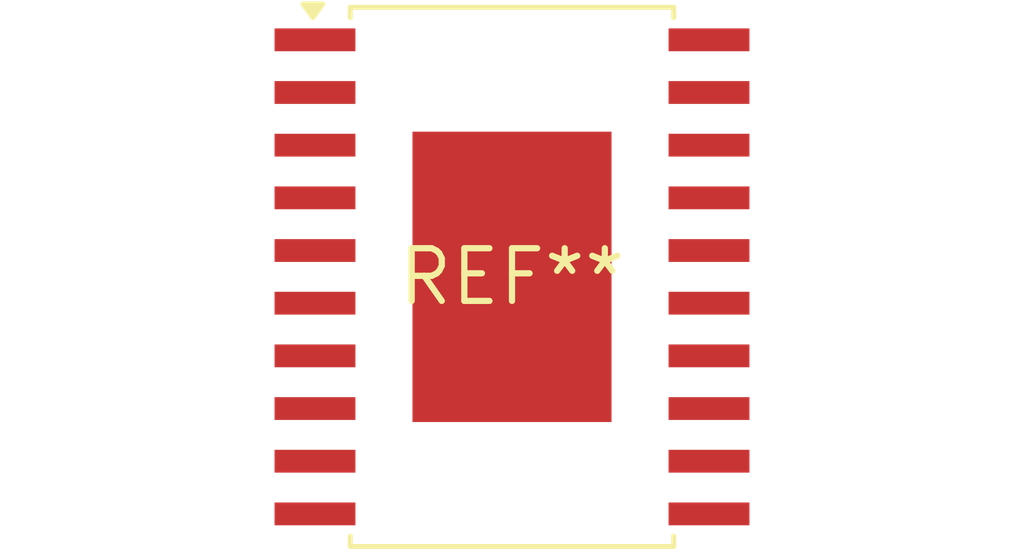
<source format=kicad_pcb>
(kicad_pcb (version 20240108) (generator pcbnew)
  (layers (0 "F.Cu" signal) (31 "B.Cu" signal) (34 "B.Paste" user) (35 "F.Paste" user) (36 "B.SilkS" user "B.Silkscreen") (37 "F.SilkS" user "F.Silkscreen") (38 "B.Mask" user) (39 "F.Mask" user) (44 "Edge.Cuts" user))
  (net 0 "")
  (footprint "Infineon_PG-DSO-20-30" (layer "F.Cu") (at 0 0)
    (property "Reference" "REF**")
    (property "Value" "Infineon_PG-DSO-20-30")
    (fp_line (start -3.9 -6.5) (end 3.9 -6.5) (layer "F.SilkS") (stroke (width 0.12)))
    (fp_line (start -3.9 -6.25) (end -3.9 -6.5) (layer "F.SilkS") (stroke (width 0.12)))
    (fp_line (start -3.9 6.5) (end -3.9 6.25) (layer "F.SilkS") (stroke (width 0.12)))
    (fp_line (start 3.9 -6.25) (end 3.9 -6.5) (layer "F.SilkS") (stroke (width 0.12)))
    (fp_line (start 3.9 6.5) (end -3.9 6.5) (layer "F.SilkS") (stroke (width 0.12)))
    (fp_line (start 3.9 6.5) (end 3.9 6.25) (layer "F.SilkS") (stroke (width 0.12)))
    (fp_poly (pts (xy -4.8 -6.25) (xy -5.04 -6.58) (xy -4.56 -6.58) (xy -4.8 -6.25)) (layer "F.SilkS") (stroke (width 0.12)) (fill solid))
    (pad "1" smd rect (at -4.75 -5.715 90) (size 0.55 1.95) (layers "F.Cu" "F.Paste" "F.Mask"))
    (pad "2" smd rect (at -4.75 -4.445 90) (size 0.55 1.95) (layers "F.Cu" "F.Paste" "F.Mask"))
    (pad "3" smd rect (at -4.75 -3.175 90) (size 0.55 1.95) (layers "F.Cu" "F.Paste" "F.Mask"))
    (pad "4" smd rect (at -4.75 -1.905 90) (size 0.55 1.95) (layers "F.Cu" "F.Paste" "F.Mask"))
    (pad "5" smd rect (at -4.75 -0.635 90) (size 0.55 1.95) (layers "F.Cu" "F.Paste" "F.Mask"))
    (pad "6" smd rect (at -4.75 0.635 90) (size 0.55 1.95) (layers "F.Cu" "F.Paste" "F.Mask"))
    (pad "7" smd rect (at -4.75 1.905 90) (size 0.55 1.95) (layers "F.Cu" "F.Paste" "F.Mask"))
    (pad "8" smd rect (at -4.75 3.175 90) (size 0.55 1.95) (layers "F.Cu" "F.Paste" "F.Mask"))
    (pad "9" smd rect (at -4.75 4.445 90) (size 0.55 1.95) (layers "F.Cu" "F.Paste" "F.Mask"))
    (pad "10" smd rect (at -4.75 5.715 90) (size 0.55 1.95) (layers "F.Cu" "F.Paste" "F.Mask"))
    (pad "11" smd rect (at 4.75 5.715 90) (size 0.55 1.95) (layers "F.Cu" "F.Paste" "F.Mask"))
    (pad "12" smd rect (at 4.75 4.445 90) (size 0.55 1.95) (layers "F.Cu" "F.Paste" "F.Mask"))
    (pad "13" smd rect (at 4.75 3.175 90) (size 0.55 1.95) (layers "F.Cu" "F.Paste" "F.Mask"))
    (pad "14" smd rect (at 4.75 1.905 90) (size 0.55 1.95) (layers "F.Cu" "F.Paste" "F.Mask"))
    (pad "15" smd rect (at 4.75 0.635 90) (size 0.55 1.95) (layers "F.Cu" "F.Paste" "F.Mask"))
    (pad "16" smd rect (at 4.75 -0.635 90) (size 0.55 1.95) (layers "F.Cu" "F.Paste" "F.Mask"))
    (pad "17" smd rect (at 4.75 -1.905 90) (size 0.55 1.95) (layers "F.Cu" "F.Paste" "F.Mask"))
    (pad "18" smd rect (at 4.75 -3.175 90) (size 0.55 1.95) (layers "F.Cu" "F.Paste" "F.Mask"))
    (pad "19" smd rect (at 4.75 -4.445 90) (size 0.55 1.95) (layers "F.Cu" "F.Paste" "F.Mask"))
    (pad "20" smd rect (at 4.75 -5.715 90) (size 0.55 1.95) (layers "F.Cu" "F.Paste" "F.Mask"))
    (pad "21" smd rect (at 0 0) (size 4.8 7) (layers "F.Cu" "F.Mask"))
  )
)
</source>
